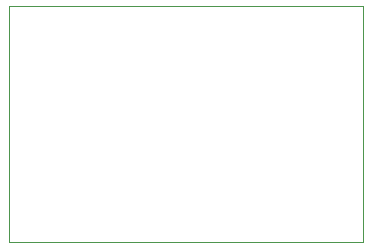
<source format=gbo>
G75*
%MOIN*%
%OFA0B0*%
%FSLAX25Y25*%
%IPPOS*%
%LPD*%
%AMOC8*
5,1,8,0,0,1.08239X$1,22.5*
%
%ADD10C,0.00000*%
D10*
X0005737Y0008690D02*
X0005737Y0087430D01*
X0123847Y0087430D01*
X0123847Y0008690D01*
X0005737Y0008690D01*
M02*

</source>
